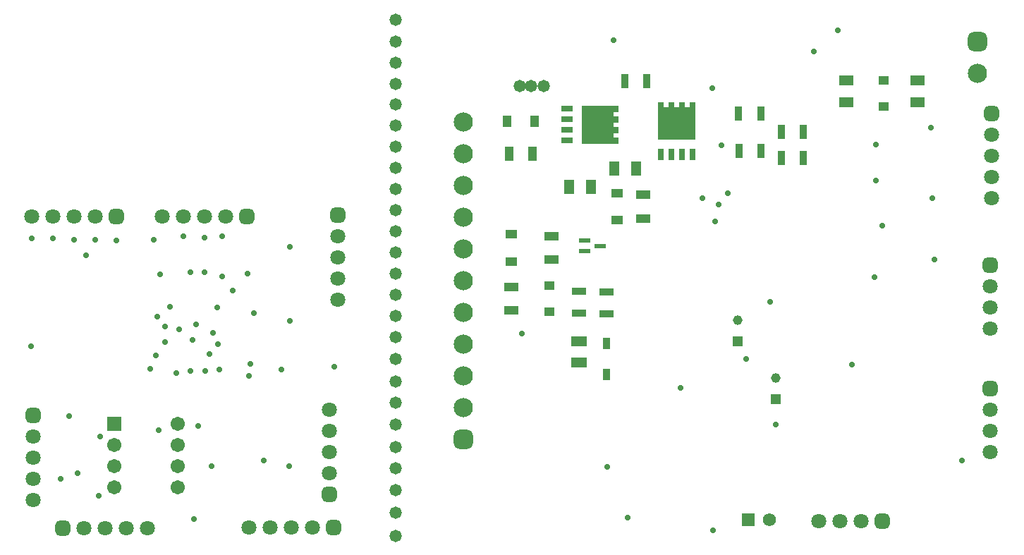
<source format=gbs>
G04*
G04 #@! TF.GenerationSoftware,Altium Limited,Altium Designer,25.2.1 (25)*
G04*
G04 Layer_Color=16711935*
%FSLAX44Y44*%
%MOMM*%
G71*
G04*
G04 #@! TF.SameCoordinates,F4FED96F-6736-4451-9F0E-EDF3A1B2C77D*
G04*
G04*
G04 #@! TF.FilePolarity,Negative*
G04*
G01*
G75*
%ADD21R,1.7062X1.2034*%
%ADD32R,1.6582X0.9561*%
%ADD42R,0.9561X1.6582*%
%ADD49R,0.9032X1.4032*%
%ADD54R,1.9032X1.2532*%
%ADD61C,1.8032*%
G04:AMPARAMS|DCode=62|XSize=1.8032mm|YSize=1.8032mm|CornerRadius=0.5016mm|HoleSize=0mm|Usage=FLASHONLY|Rotation=270.000|XOffset=0mm|YOffset=0mm|HoleType=Round|Shape=RoundedRectangle|*
%AMROUNDEDRECTD62*
21,1,1.8032,0.8000,0,0,270.0*
21,1,0.8000,1.8032,0,0,270.0*
1,1,1.0032,-0.4000,-0.4000*
1,1,1.0032,-0.4000,0.4000*
1,1,1.0032,0.4000,0.4000*
1,1,1.0032,0.4000,-0.4000*
%
%ADD62ROUNDEDRECTD62*%
%ADD63C,2.3032*%
G04:AMPARAMS|DCode=64|XSize=2.3032mm|YSize=2.3032mm|CornerRadius=0.6266mm|HoleSize=0mm|Usage=FLASHONLY|Rotation=270.000|XOffset=0mm|YOffset=0mm|HoleType=Round|Shape=RoundedRectangle|*
%AMROUNDEDRECTD64*
21,1,2.3032,1.0500,0,0,270.0*
21,1,1.0500,2.3032,0,0,270.0*
1,1,1.2532,-0.5250,-0.5250*
1,1,1.2532,-0.5250,0.5250*
1,1,1.2532,0.5250,0.5250*
1,1,1.2532,0.5250,-0.5250*
%
%ADD64ROUNDEDRECTD64*%
G04:AMPARAMS|DCode=65|XSize=1.8032mm|YSize=1.8032mm|CornerRadius=0.5016mm|HoleSize=0mm|Usage=FLASHONLY|Rotation=180.000|XOffset=0mm|YOffset=0mm|HoleType=Round|Shape=RoundedRectangle|*
%AMROUNDEDRECTD65*
21,1,1.8032,0.8000,0,0,180.0*
21,1,0.8000,1.8032,0,0,180.0*
1,1,1.0032,-0.4000,0.4000*
1,1,1.0032,0.4000,0.4000*
1,1,1.0032,0.4000,-0.4000*
1,1,1.0032,-0.4000,-0.4000*
%
%ADD65ROUNDEDRECTD65*%
%ADD66R,1.1500X1.1500*%
%ADD67C,1.1500*%
%ADD68C,1.5700*%
%ADD69R,1.5700X1.5700*%
%ADD70R,1.7032X1.7032*%
%ADD71C,1.7032*%
%ADD72C,0.7112*%
%ADD73C,1.4732*%
%ADD100R,1.6621X1.0581*%
%ADD102R,1.0581X1.7121*%
%ADD104R,1.7121X1.0581*%
%ADD105R,1.3720X0.7100*%
%ADD106C,3.4342*%
%ADD107R,1.2034X1.7062*%
%ADD108R,0.7100X1.3720*%
%ADD111R,1.4232X1.1132*%
%ADD112R,1.4032X0.6032*%
%ADD113R,1.1532X1.1032*%
%ADD114R,1.1132X1.4232*%
G36*
X1355935Y1148975D02*
X1350035D01*
Y1143375D01*
X1355935D01*
Y1136275D01*
X1350035D01*
Y1130675D01*
X1355935D01*
Y1123575D01*
X1350035D01*
Y1117975D01*
X1355935D01*
Y1110875D01*
X1311535D01*
Y1156075D01*
X1355935D01*
Y1148975D01*
D02*
G37*
G36*
X1448175Y1115955D02*
X1402975D01*
Y1160355D01*
X1410075D01*
Y1154455D01*
X1415675D01*
Y1160355D01*
X1422775D01*
Y1154455D01*
X1428375D01*
Y1160355D01*
X1435475D01*
Y1154455D01*
X1441075D01*
Y1160355D01*
X1448175D01*
Y1115955D01*
D02*
G37*
D21*
X1629410Y1186484D02*
D03*
Y1160476D02*
D03*
X1714500D02*
D03*
Y1186484D02*
D03*
D32*
X1308100Y906928D02*
D03*
Y933450D02*
D03*
X1341120Y906219D02*
D03*
Y932741D02*
D03*
D42*
X1500579Y1102360D02*
D03*
X1527101D02*
D03*
X1389941Y1186180D02*
D03*
X1363419D02*
D03*
X1551379Y1093470D02*
D03*
X1577901D02*
D03*
Y1125220D02*
D03*
X1551379D02*
D03*
X1526392Y1146810D02*
D03*
X1499870D02*
D03*
D49*
X1341120Y833670D02*
D03*
Y870670D02*
D03*
D54*
X1308100Y873760D02*
D03*
Y848260D02*
D03*
D61*
X1802130Y791210D02*
D03*
Y765810D02*
D03*
Y740410D02*
D03*
X1596390Y657860D02*
D03*
X1621790D02*
D03*
X1647190D02*
D03*
X1803400Y1096010D02*
D03*
Y1121410D02*
D03*
Y1070610D02*
D03*
Y1045210D02*
D03*
X1802130Y939800D02*
D03*
Y914400D02*
D03*
Y889000D02*
D03*
X911860Y650240D02*
D03*
X937260D02*
D03*
X988060D02*
D03*
X962660D02*
D03*
X807720Y1023620D02*
D03*
X833120D02*
D03*
X883920D02*
D03*
X858520D02*
D03*
X1008380Y791210D02*
D03*
Y765810D02*
D03*
Y715010D02*
D03*
Y740410D02*
D03*
X789940Y648970D02*
D03*
X764540D02*
D03*
X713740D02*
D03*
X739140D02*
D03*
X653430Y683260D02*
D03*
Y708660D02*
D03*
Y759460D02*
D03*
Y734060D02*
D03*
X702310Y1023620D02*
D03*
X727710D02*
D03*
X676910D02*
D03*
X651510D02*
D03*
X1018540Y974090D02*
D03*
Y999490D02*
D03*
Y948690D02*
D03*
Y923290D02*
D03*
D62*
X1802130Y816610D02*
D03*
X1803400Y1146810D02*
D03*
X1802130Y965200D02*
D03*
X1008380Y689610D02*
D03*
X653430Y784860D02*
D03*
X1018540Y1024890D02*
D03*
D63*
X1786510Y1195070D02*
D03*
X1169670Y1136650D02*
D03*
Y1098550D02*
D03*
Y1060450D02*
D03*
Y984250D02*
D03*
Y946150D02*
D03*
Y831850D02*
D03*
Y793750D02*
D03*
Y869950D02*
D03*
Y908050D02*
D03*
Y1022350D02*
D03*
D64*
X1786510Y1233170D02*
D03*
X1169670Y755650D02*
D03*
D65*
X1672590Y657860D02*
D03*
X1013460Y650240D02*
D03*
X909320Y1023620D02*
D03*
X688340Y648970D02*
D03*
X753110Y1023620D02*
D03*
D66*
X1498600Y873760D02*
D03*
X1544320Y803910D02*
D03*
D67*
X1498600Y899160D02*
D03*
X1544320Y829310D02*
D03*
D68*
X1536700Y659130D02*
D03*
D69*
X1511300D02*
D03*
D70*
X750570Y774700D02*
D03*
D71*
Y749300D02*
D03*
Y723900D02*
D03*
Y698500D02*
D03*
X826770Y774700D02*
D03*
Y749300D02*
D03*
Y723900D02*
D03*
Y698500D02*
D03*
D72*
X1767840Y730250D02*
D03*
X880110Y951230D02*
D03*
X1487170Y1051560D02*
D03*
X811530Y872490D02*
D03*
X842010Y838200D02*
D03*
X731520Y688340D02*
D03*
X685800Y708660D02*
D03*
X650240Y867410D02*
D03*
X892810Y934720D02*
D03*
X880110Y999490D02*
D03*
X844550Y875030D02*
D03*
X816995Y914785D02*
D03*
X805180Y953770D02*
D03*
X803910Y767080D02*
D03*
X716280Y976630D02*
D03*
X1479550Y1108710D02*
D03*
X1475740Y1037590D02*
D03*
X1468120Y1177290D02*
D03*
X1731010Y1130300D02*
D03*
X1456690Y1045210D02*
D03*
X1239520Y882650D02*
D03*
X1469390Y646430D02*
D03*
X1619250Y1247140D02*
D03*
X1349856Y1234740D02*
D03*
X1590040Y1221740D02*
D03*
X1635760Y845820D02*
D03*
X1664970Y1066070D02*
D03*
Y1109980D02*
D03*
X1732280Y1045210D02*
D03*
X1734820Y971550D02*
D03*
X1672590Y1012190D02*
D03*
X1663248Y950412D02*
D03*
X1537970Y920750D02*
D03*
X1544320Y773710D02*
D03*
X1508760Y852170D02*
D03*
X1471930Y1017270D02*
D03*
X1366520Y661670D02*
D03*
X1430020Y817880D02*
D03*
X1342390Y722630D02*
D03*
X811579Y891483D02*
D03*
X801966Y902604D02*
D03*
X873760Y913640D02*
D03*
X828040Y887730D02*
D03*
X848360Y893350D02*
D03*
X793750Y840740D02*
D03*
X800677Y856557D02*
D03*
X917649Y907489D02*
D03*
X858520Y956310D02*
D03*
X961390Y897869D02*
D03*
X910590Y955040D02*
D03*
X961390Y986790D02*
D03*
X951230Y839470D02*
D03*
X1014730Y843280D02*
D03*
X911860Y831850D02*
D03*
X913948Y846638D02*
D03*
X864870Y858520D02*
D03*
X875030Y869950D02*
D03*
X876300Y839470D02*
D03*
X859790Y838200D02*
D03*
X960120Y723900D02*
D03*
X868680Y883920D02*
D03*
X824718Y835172D02*
D03*
X842010Y956310D02*
D03*
X833120Y999490D02*
D03*
X858520Y998220D02*
D03*
X797560Y995680D02*
D03*
X727710D02*
D03*
X753110Y994410D02*
D03*
X702310Y995680D02*
D03*
X676910Y996950D02*
D03*
X651510D02*
D03*
X695960Y783590D02*
D03*
X733365Y758885D02*
D03*
X706120Y715010D02*
D03*
X929640Y730250D02*
D03*
X845820Y660400D02*
D03*
X850900Y772160D02*
D03*
X867410Y723900D02*
D03*
D73*
X1088390Y640080D02*
D03*
Y668020D02*
D03*
Y694690D02*
D03*
Y721360D02*
D03*
Y746760D02*
D03*
Y773430D02*
D03*
Y800100D02*
D03*
Y825500D02*
D03*
Y852170D02*
D03*
Y878840D02*
D03*
Y904240D02*
D03*
Y929640D02*
D03*
Y955040D02*
D03*
Y980440D02*
D03*
Y1005840D02*
D03*
Y1031240D02*
D03*
Y1056640D02*
D03*
Y1082040D02*
D03*
Y1107440D02*
D03*
Y1132840D02*
D03*
Y1158240D02*
D03*
Y1182370D02*
D03*
Y1207770D02*
D03*
Y1233170D02*
D03*
Y1259840D02*
D03*
X1266190Y1179830D02*
D03*
X1250950D02*
D03*
X1236980D02*
D03*
D100*
X1226820Y910290D02*
D03*
Y938830D02*
D03*
D102*
X1252820Y1098550D02*
D03*
X1224280D02*
D03*
D104*
X1385570Y1020780D02*
D03*
Y1049320D02*
D03*
X1275080Y971250D02*
D03*
Y999790D02*
D03*
D105*
X1293675Y1114425D02*
D03*
Y1127125D02*
D03*
Y1139825D02*
D03*
Y1152525D02*
D03*
D106*
X1330960Y1136650D02*
D03*
X1422400Y1135380D02*
D03*
D107*
X1350976Y1080770D02*
D03*
X1376984D02*
D03*
X1296366Y1059180D02*
D03*
X1322374D02*
D03*
D108*
X1444625Y1098095D02*
D03*
X1431925D02*
D03*
X1419225D02*
D03*
X1406525D02*
D03*
D111*
X1353820Y1051400D02*
D03*
Y1018700D02*
D03*
X1226820Y969170D02*
D03*
Y1001870D02*
D03*
D112*
X1315110Y981560D02*
D03*
Y994560D02*
D03*
X1334110Y988060D02*
D03*
D113*
X1272540Y940310D02*
D03*
X1272540Y908810D02*
D03*
X1673860Y1186690D02*
D03*
X1673860Y1155190D02*
D03*
D114*
X1254600Y1137920D02*
D03*
X1221900D02*
D03*
M02*

</source>
